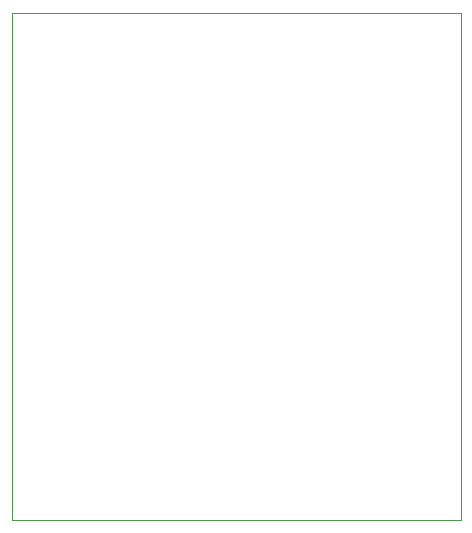
<source format=gbr>
G04 #@! TF.GenerationSoftware,KiCad,Pcbnew,5.1.4+dfsg1-1~bpo10+1*
G04 #@! TF.CreationDate,2020-12-25T00:52:37+00:00*
G04 #@! TF.ProjectId,Multi Watt Amplifier,4d756c74-6920-4576-9174-7420416d706c,rev?*
G04 #@! TF.SameCoordinates,Original*
G04 #@! TF.FileFunction,Profile,NP*
%FSLAX46Y46*%
G04 Gerber Fmt 4.6, Leading zero omitted, Abs format (unit mm)*
G04 Created by KiCad (PCBNEW 5.1.4+dfsg1-1~bpo10+1) date 2020-12-25 00:52:37*
%MOMM*%
%LPD*%
G04 APERTURE LIST*
%ADD10C,0.100000*%
G04 APERTURE END LIST*
D10*
X142150000Y-122500000D02*
X142150000Y-79620000D01*
X180150000Y-122500000D02*
X142150000Y-122500000D01*
X180150000Y-79620000D02*
X180150000Y-122500000D01*
X142150000Y-79620000D02*
X180150000Y-79620000D01*
M02*

</source>
